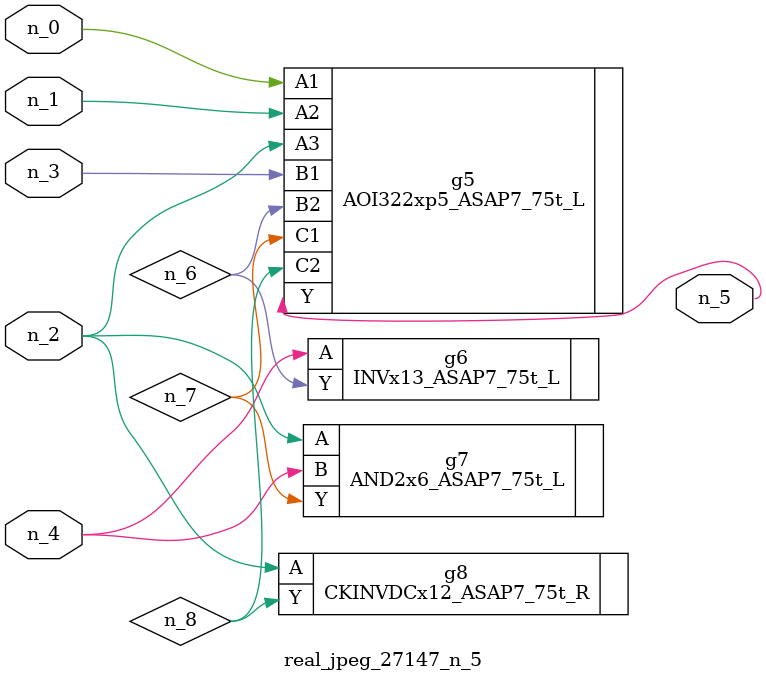
<source format=v>
module real_jpeg_27147_n_5 (n_4, n_0, n_1, n_2, n_3, n_5);

input n_4;
input n_0;
input n_1;
input n_2;
input n_3;

output n_5;

wire n_8;
wire n_6;
wire n_7;

AOI322xp5_ASAP7_75t_L g5 ( 
.A1(n_0),
.A2(n_1),
.A3(n_2),
.B1(n_3),
.B2(n_6),
.C1(n_7),
.C2(n_8),
.Y(n_5)
);

AND2x6_ASAP7_75t_L g7 ( 
.A(n_2),
.B(n_4),
.Y(n_7)
);

CKINVDCx12_ASAP7_75t_R g8 ( 
.A(n_2),
.Y(n_8)
);

INVx13_ASAP7_75t_L g6 ( 
.A(n_4),
.Y(n_6)
);


endmodule
</source>
